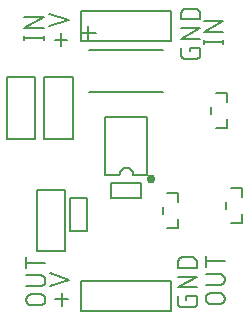
<source format=gto>
G04 EAGLE Gerber RS-274X export*
G75*
%MOMM*%
%FSLAX34Y34*%
%LPD*%
%INSilkscreen Top*%
%IPPOS*%
%AMOC8*
5,1,8,0,0,1.08239X$1,22.5*%
G01*
%ADD10C,0.152400*%
%ADD11C,0.127000*%
%ADD12C,0.762000*%


D10*
X77752Y226822D02*
X77752Y237659D01*
X83171Y232241D02*
X72334Y232241D01*
X67818Y243495D02*
X84074Y248914D01*
X67818Y254333D01*
X186549Y225185D02*
X186549Y222476D01*
X186549Y225185D02*
X195580Y225185D01*
X195580Y219766D01*
X195578Y219648D01*
X195572Y219530D01*
X195563Y219412D01*
X195549Y219295D01*
X195532Y219178D01*
X195511Y219061D01*
X195486Y218946D01*
X195457Y218831D01*
X195424Y218717D01*
X195388Y218605D01*
X195348Y218494D01*
X195305Y218384D01*
X195258Y218275D01*
X195208Y218168D01*
X195153Y218063D01*
X195096Y217960D01*
X195035Y217859D01*
X194971Y217759D01*
X194904Y217662D01*
X194834Y217567D01*
X194760Y217475D01*
X194684Y217384D01*
X194604Y217297D01*
X194522Y217212D01*
X194437Y217130D01*
X194350Y217050D01*
X194259Y216974D01*
X194167Y216900D01*
X194072Y216830D01*
X193975Y216763D01*
X193875Y216699D01*
X193774Y216638D01*
X193671Y216581D01*
X193566Y216526D01*
X193459Y216476D01*
X193350Y216429D01*
X193240Y216386D01*
X193129Y216346D01*
X193017Y216310D01*
X192903Y216277D01*
X192788Y216248D01*
X192673Y216223D01*
X192556Y216202D01*
X192439Y216185D01*
X192322Y216171D01*
X192204Y216162D01*
X192086Y216156D01*
X191968Y216154D01*
X182936Y216154D01*
X182818Y216156D01*
X182700Y216162D01*
X182582Y216171D01*
X182464Y216185D01*
X182347Y216202D01*
X182231Y216223D01*
X182116Y216248D01*
X182001Y216277D01*
X181887Y216310D01*
X181775Y216346D01*
X181663Y216386D01*
X181553Y216429D01*
X181445Y216476D01*
X181338Y216527D01*
X181233Y216581D01*
X181130Y216638D01*
X181028Y216699D01*
X180929Y216763D01*
X180832Y216830D01*
X180737Y216901D01*
X180644Y216974D01*
X180554Y217051D01*
X180466Y217130D01*
X180381Y217212D01*
X180299Y217297D01*
X180220Y217385D01*
X180143Y217475D01*
X180070Y217568D01*
X179999Y217662D01*
X179932Y217760D01*
X179868Y217859D01*
X179807Y217960D01*
X179750Y218064D01*
X179696Y218169D01*
X179645Y218276D01*
X179598Y218384D01*
X179555Y218494D01*
X179515Y218606D01*
X179479Y218718D01*
X179446Y218832D01*
X179417Y218947D01*
X179392Y219062D01*
X179371Y219178D01*
X179354Y219295D01*
X179340Y219413D01*
X179331Y219531D01*
X179325Y219649D01*
X179323Y219767D01*
X179324Y219766D02*
X179324Y225185D01*
X179324Y232827D02*
X195580Y232827D01*
X195580Y241858D02*
X179324Y232827D01*
X179324Y241858D02*
X195580Y241858D01*
X195580Y249501D02*
X179324Y249501D01*
X179324Y254016D01*
X179326Y254147D01*
X179332Y254279D01*
X179341Y254410D01*
X179355Y254540D01*
X179372Y254671D01*
X179393Y254800D01*
X179417Y254929D01*
X179446Y255057D01*
X179478Y255185D01*
X179514Y255311D01*
X179553Y255436D01*
X179596Y255561D01*
X179643Y255683D01*
X179693Y255805D01*
X179747Y255925D01*
X179804Y256043D01*
X179865Y256159D01*
X179929Y256274D01*
X179996Y256387D01*
X180067Y256498D01*
X180141Y256606D01*
X180218Y256713D01*
X180298Y256817D01*
X180381Y256919D01*
X180466Y257018D01*
X180555Y257115D01*
X180647Y257209D01*
X180741Y257301D01*
X180838Y257390D01*
X180937Y257475D01*
X181039Y257558D01*
X181143Y257638D01*
X181250Y257715D01*
X181358Y257789D01*
X181469Y257860D01*
X181582Y257927D01*
X181697Y257991D01*
X181813Y258052D01*
X181931Y258109D01*
X182051Y258163D01*
X182173Y258213D01*
X182295Y258260D01*
X182420Y258303D01*
X182545Y258342D01*
X182671Y258378D01*
X182799Y258410D01*
X182927Y258439D01*
X183056Y258463D01*
X183185Y258484D01*
X183316Y258501D01*
X183446Y258515D01*
X183577Y258524D01*
X183709Y258530D01*
X183840Y258532D01*
X191064Y258532D01*
X191195Y258530D01*
X191327Y258524D01*
X191458Y258515D01*
X191588Y258501D01*
X191719Y258484D01*
X191848Y258463D01*
X191977Y258439D01*
X192105Y258410D01*
X192233Y258378D01*
X192359Y258342D01*
X192484Y258303D01*
X192609Y258260D01*
X192731Y258213D01*
X192853Y258163D01*
X192973Y258109D01*
X193091Y258052D01*
X193207Y257991D01*
X193322Y257927D01*
X193435Y257860D01*
X193546Y257789D01*
X193654Y257715D01*
X193761Y257638D01*
X193865Y257558D01*
X193967Y257475D01*
X194066Y257390D01*
X194163Y257301D01*
X194257Y257209D01*
X194349Y257115D01*
X194438Y257018D01*
X194523Y256919D01*
X194606Y256817D01*
X194686Y256713D01*
X194763Y256606D01*
X194837Y256498D01*
X194908Y256387D01*
X194975Y256274D01*
X195039Y256159D01*
X195100Y256043D01*
X195157Y255925D01*
X195211Y255805D01*
X195261Y255683D01*
X195308Y255561D01*
X195351Y255436D01*
X195390Y255311D01*
X195426Y255185D01*
X195458Y255057D01*
X195487Y254929D01*
X195511Y254800D01*
X195532Y254670D01*
X195549Y254540D01*
X195563Y254410D01*
X195572Y254279D01*
X195578Y254147D01*
X195580Y254016D01*
X195580Y249501D01*
X78260Y17695D02*
X78260Y6858D01*
X72842Y12277D02*
X83679Y12277D01*
X84582Y28950D02*
X68326Y23531D01*
X68326Y34369D02*
X84582Y28950D01*
X183755Y14873D02*
X183755Y12164D01*
X183755Y14873D02*
X192786Y14873D01*
X192786Y9454D01*
X192784Y9336D01*
X192778Y9218D01*
X192769Y9100D01*
X192755Y8983D01*
X192738Y8866D01*
X192717Y8749D01*
X192692Y8634D01*
X192663Y8519D01*
X192630Y8405D01*
X192594Y8293D01*
X192554Y8182D01*
X192511Y8072D01*
X192464Y7963D01*
X192414Y7856D01*
X192359Y7751D01*
X192302Y7648D01*
X192241Y7547D01*
X192177Y7447D01*
X192110Y7350D01*
X192040Y7255D01*
X191966Y7163D01*
X191890Y7072D01*
X191810Y6985D01*
X191728Y6900D01*
X191643Y6818D01*
X191556Y6738D01*
X191465Y6662D01*
X191373Y6588D01*
X191278Y6518D01*
X191181Y6451D01*
X191081Y6387D01*
X190980Y6326D01*
X190877Y6269D01*
X190772Y6214D01*
X190665Y6164D01*
X190556Y6117D01*
X190446Y6074D01*
X190335Y6034D01*
X190223Y5998D01*
X190109Y5965D01*
X189994Y5936D01*
X189879Y5911D01*
X189762Y5890D01*
X189645Y5873D01*
X189528Y5859D01*
X189410Y5850D01*
X189292Y5844D01*
X189174Y5842D01*
X180142Y5842D01*
X180024Y5844D01*
X179906Y5850D01*
X179788Y5859D01*
X179670Y5873D01*
X179553Y5890D01*
X179437Y5911D01*
X179322Y5936D01*
X179207Y5965D01*
X179093Y5998D01*
X178981Y6034D01*
X178869Y6074D01*
X178759Y6117D01*
X178651Y6164D01*
X178544Y6215D01*
X178439Y6269D01*
X178336Y6326D01*
X178234Y6387D01*
X178135Y6451D01*
X178038Y6518D01*
X177943Y6589D01*
X177850Y6662D01*
X177760Y6739D01*
X177672Y6818D01*
X177587Y6900D01*
X177505Y6985D01*
X177426Y7073D01*
X177349Y7163D01*
X177276Y7256D01*
X177205Y7350D01*
X177138Y7448D01*
X177074Y7547D01*
X177013Y7648D01*
X176956Y7752D01*
X176902Y7857D01*
X176851Y7964D01*
X176804Y8072D01*
X176761Y8182D01*
X176721Y8294D01*
X176685Y8406D01*
X176652Y8520D01*
X176623Y8635D01*
X176598Y8750D01*
X176577Y8866D01*
X176560Y8983D01*
X176546Y9101D01*
X176537Y9219D01*
X176531Y9337D01*
X176529Y9455D01*
X176530Y9454D02*
X176530Y14873D01*
X176530Y22515D02*
X192786Y22515D01*
X192786Y31546D02*
X176530Y22515D01*
X176530Y31546D02*
X192786Y31546D01*
X192786Y39189D02*
X176530Y39189D01*
X176530Y43704D01*
X176532Y43835D01*
X176538Y43967D01*
X176547Y44098D01*
X176561Y44228D01*
X176578Y44359D01*
X176599Y44488D01*
X176623Y44617D01*
X176652Y44745D01*
X176684Y44873D01*
X176720Y44999D01*
X176759Y45124D01*
X176802Y45249D01*
X176849Y45371D01*
X176899Y45493D01*
X176953Y45613D01*
X177010Y45731D01*
X177071Y45847D01*
X177135Y45962D01*
X177202Y46075D01*
X177273Y46186D01*
X177347Y46294D01*
X177424Y46401D01*
X177504Y46505D01*
X177587Y46607D01*
X177672Y46706D01*
X177761Y46803D01*
X177853Y46897D01*
X177947Y46989D01*
X178044Y47078D01*
X178143Y47163D01*
X178245Y47246D01*
X178349Y47326D01*
X178456Y47403D01*
X178564Y47477D01*
X178675Y47548D01*
X178788Y47615D01*
X178903Y47679D01*
X179019Y47740D01*
X179137Y47797D01*
X179257Y47851D01*
X179379Y47901D01*
X179501Y47948D01*
X179626Y47991D01*
X179751Y48030D01*
X179877Y48066D01*
X180005Y48098D01*
X180133Y48127D01*
X180262Y48151D01*
X180391Y48172D01*
X180522Y48189D01*
X180652Y48203D01*
X180783Y48212D01*
X180915Y48218D01*
X181046Y48220D01*
X188270Y48220D01*
X188401Y48218D01*
X188533Y48212D01*
X188664Y48203D01*
X188794Y48189D01*
X188925Y48172D01*
X189054Y48151D01*
X189183Y48127D01*
X189311Y48098D01*
X189439Y48066D01*
X189565Y48030D01*
X189690Y47991D01*
X189815Y47948D01*
X189937Y47901D01*
X190059Y47851D01*
X190179Y47797D01*
X190297Y47740D01*
X190413Y47679D01*
X190528Y47615D01*
X190641Y47548D01*
X190752Y47477D01*
X190860Y47403D01*
X190967Y47326D01*
X191071Y47246D01*
X191173Y47163D01*
X191272Y47078D01*
X191369Y46989D01*
X191463Y46897D01*
X191555Y46803D01*
X191644Y46706D01*
X191729Y46607D01*
X191812Y46505D01*
X191892Y46401D01*
X191969Y46294D01*
X192043Y46186D01*
X192114Y46075D01*
X192181Y45962D01*
X192245Y45847D01*
X192306Y45731D01*
X192363Y45613D01*
X192417Y45493D01*
X192467Y45371D01*
X192514Y45249D01*
X192557Y45124D01*
X192596Y44999D01*
X192632Y44873D01*
X192664Y44745D01*
X192693Y44617D01*
X192717Y44488D01*
X192738Y44358D01*
X192755Y44228D01*
X192769Y44098D01*
X192778Y43967D01*
X192784Y43835D01*
X192786Y43704D01*
X192786Y39189D01*
X62992Y233454D02*
X46736Y233454D01*
X62992Y231648D02*
X62992Y235260D01*
X46736Y235260D02*
X46736Y231648D01*
X46736Y241965D02*
X62992Y241965D01*
X62992Y250996D02*
X46736Y241965D01*
X46736Y250996D02*
X62992Y250996D01*
X198628Y230406D02*
X214884Y230406D01*
X214884Y228600D02*
X214884Y232212D01*
X198628Y232212D02*
X198628Y228600D01*
X198628Y238917D02*
X214884Y238917D01*
X214884Y247948D02*
X198628Y238917D01*
X198628Y247948D02*
X214884Y247948D01*
X60000Y7620D02*
X52776Y7620D01*
X52643Y7622D01*
X52511Y7628D01*
X52379Y7638D01*
X52247Y7651D01*
X52115Y7669D01*
X51985Y7690D01*
X51854Y7715D01*
X51725Y7744D01*
X51597Y7777D01*
X51469Y7813D01*
X51343Y7853D01*
X51218Y7897D01*
X51094Y7945D01*
X50972Y7996D01*
X50851Y8051D01*
X50732Y8109D01*
X50614Y8171D01*
X50499Y8236D01*
X50385Y8305D01*
X50274Y8376D01*
X50165Y8452D01*
X50058Y8530D01*
X49953Y8611D01*
X49851Y8696D01*
X49751Y8783D01*
X49654Y8873D01*
X49559Y8966D01*
X49468Y9062D01*
X49379Y9160D01*
X49293Y9261D01*
X49210Y9365D01*
X49130Y9471D01*
X49054Y9579D01*
X48980Y9689D01*
X48910Y9802D01*
X48843Y9916D01*
X48780Y10033D01*
X48720Y10151D01*
X48663Y10271D01*
X48610Y10393D01*
X48561Y10516D01*
X48515Y10640D01*
X48473Y10766D01*
X48435Y10893D01*
X48400Y11021D01*
X48369Y11150D01*
X48342Y11279D01*
X48319Y11410D01*
X48299Y11541D01*
X48284Y11673D01*
X48272Y11805D01*
X48264Y11937D01*
X48260Y12070D01*
X48260Y12202D01*
X48264Y12335D01*
X48272Y12467D01*
X48284Y12599D01*
X48299Y12731D01*
X48319Y12862D01*
X48342Y12993D01*
X48369Y13122D01*
X48400Y13251D01*
X48435Y13379D01*
X48473Y13506D01*
X48515Y13632D01*
X48561Y13756D01*
X48610Y13879D01*
X48663Y14001D01*
X48720Y14121D01*
X48780Y14239D01*
X48843Y14356D01*
X48910Y14470D01*
X48980Y14583D01*
X49054Y14693D01*
X49130Y14801D01*
X49210Y14907D01*
X49293Y15011D01*
X49379Y15112D01*
X49468Y15210D01*
X49559Y15306D01*
X49654Y15399D01*
X49751Y15489D01*
X49851Y15576D01*
X49953Y15661D01*
X50058Y15742D01*
X50165Y15820D01*
X50274Y15896D01*
X50385Y15967D01*
X50499Y16036D01*
X50614Y16101D01*
X50732Y16163D01*
X50851Y16221D01*
X50972Y16276D01*
X51094Y16327D01*
X51218Y16375D01*
X51343Y16419D01*
X51469Y16459D01*
X51597Y16495D01*
X51725Y16528D01*
X51854Y16557D01*
X51985Y16582D01*
X52115Y16603D01*
X52247Y16621D01*
X52379Y16634D01*
X52511Y16644D01*
X52643Y16650D01*
X52776Y16652D01*
X52776Y16651D02*
X60000Y16651D01*
X60000Y16652D02*
X60133Y16650D01*
X60265Y16644D01*
X60397Y16634D01*
X60529Y16621D01*
X60661Y16603D01*
X60791Y16582D01*
X60922Y16557D01*
X61051Y16528D01*
X61179Y16495D01*
X61307Y16459D01*
X61433Y16419D01*
X61558Y16375D01*
X61682Y16327D01*
X61804Y16276D01*
X61925Y16221D01*
X62044Y16163D01*
X62162Y16101D01*
X62277Y16036D01*
X62391Y15967D01*
X62502Y15896D01*
X62611Y15820D01*
X62718Y15742D01*
X62823Y15661D01*
X62925Y15576D01*
X63025Y15489D01*
X63122Y15399D01*
X63217Y15306D01*
X63308Y15210D01*
X63397Y15112D01*
X63483Y15011D01*
X63566Y14907D01*
X63646Y14801D01*
X63722Y14693D01*
X63796Y14583D01*
X63866Y14470D01*
X63933Y14356D01*
X63996Y14239D01*
X64056Y14121D01*
X64113Y14001D01*
X64166Y13879D01*
X64215Y13756D01*
X64261Y13632D01*
X64303Y13506D01*
X64341Y13379D01*
X64376Y13251D01*
X64407Y13122D01*
X64434Y12993D01*
X64457Y12862D01*
X64477Y12731D01*
X64492Y12599D01*
X64504Y12467D01*
X64512Y12335D01*
X64516Y12202D01*
X64516Y12070D01*
X64512Y11937D01*
X64504Y11805D01*
X64492Y11673D01*
X64477Y11541D01*
X64457Y11410D01*
X64434Y11279D01*
X64407Y11150D01*
X64376Y11021D01*
X64341Y10893D01*
X64303Y10766D01*
X64261Y10640D01*
X64215Y10516D01*
X64166Y10393D01*
X64113Y10271D01*
X64056Y10151D01*
X63996Y10033D01*
X63933Y9916D01*
X63866Y9802D01*
X63796Y9689D01*
X63722Y9579D01*
X63646Y9471D01*
X63566Y9365D01*
X63483Y9261D01*
X63397Y9160D01*
X63308Y9062D01*
X63217Y8966D01*
X63122Y8873D01*
X63025Y8783D01*
X62925Y8696D01*
X62823Y8611D01*
X62718Y8530D01*
X62611Y8452D01*
X62502Y8376D01*
X62391Y8305D01*
X62277Y8236D01*
X62162Y8171D01*
X62044Y8109D01*
X61925Y8051D01*
X61804Y7996D01*
X61682Y7945D01*
X61558Y7897D01*
X61433Y7853D01*
X61307Y7813D01*
X61179Y7777D01*
X61051Y7744D01*
X60922Y7715D01*
X60791Y7690D01*
X60661Y7669D01*
X60529Y7651D01*
X60397Y7638D01*
X60265Y7628D01*
X60133Y7622D01*
X60000Y7620D01*
X60000Y23772D02*
X48260Y23772D01*
X60000Y23772D02*
X60133Y23774D01*
X60265Y23780D01*
X60397Y23790D01*
X60529Y23803D01*
X60661Y23821D01*
X60791Y23842D01*
X60922Y23867D01*
X61051Y23896D01*
X61179Y23929D01*
X61307Y23965D01*
X61433Y24005D01*
X61558Y24049D01*
X61682Y24097D01*
X61804Y24148D01*
X61925Y24203D01*
X62044Y24261D01*
X62162Y24323D01*
X62277Y24388D01*
X62391Y24457D01*
X62502Y24528D01*
X62611Y24604D01*
X62718Y24682D01*
X62823Y24763D01*
X62925Y24848D01*
X63025Y24935D01*
X63122Y25025D01*
X63217Y25118D01*
X63308Y25214D01*
X63397Y25312D01*
X63483Y25413D01*
X63566Y25517D01*
X63646Y25623D01*
X63722Y25731D01*
X63796Y25841D01*
X63866Y25954D01*
X63933Y26068D01*
X63996Y26185D01*
X64056Y26303D01*
X64113Y26423D01*
X64166Y26545D01*
X64215Y26668D01*
X64261Y26792D01*
X64303Y26918D01*
X64341Y27045D01*
X64376Y27173D01*
X64407Y27302D01*
X64434Y27431D01*
X64457Y27562D01*
X64477Y27693D01*
X64492Y27825D01*
X64504Y27957D01*
X64512Y28089D01*
X64516Y28222D01*
X64516Y28354D01*
X64512Y28487D01*
X64504Y28619D01*
X64492Y28751D01*
X64477Y28883D01*
X64457Y29014D01*
X64434Y29145D01*
X64407Y29274D01*
X64376Y29403D01*
X64341Y29531D01*
X64303Y29658D01*
X64261Y29784D01*
X64215Y29908D01*
X64166Y30031D01*
X64113Y30153D01*
X64056Y30273D01*
X63996Y30391D01*
X63933Y30508D01*
X63866Y30622D01*
X63796Y30735D01*
X63722Y30845D01*
X63646Y30953D01*
X63566Y31059D01*
X63483Y31163D01*
X63397Y31264D01*
X63308Y31362D01*
X63217Y31458D01*
X63122Y31551D01*
X63025Y31641D01*
X62925Y31728D01*
X62823Y31813D01*
X62718Y31894D01*
X62611Y31972D01*
X62502Y32048D01*
X62391Y32119D01*
X62277Y32188D01*
X62162Y32253D01*
X62044Y32315D01*
X61925Y32373D01*
X61804Y32428D01*
X61682Y32479D01*
X61558Y32527D01*
X61433Y32571D01*
X61307Y32611D01*
X61179Y32647D01*
X61051Y32680D01*
X60922Y32709D01*
X60791Y32734D01*
X60661Y32755D01*
X60529Y32773D01*
X60397Y32786D01*
X60265Y32796D01*
X60133Y32802D01*
X60000Y32804D01*
X60000Y32803D02*
X48260Y32803D01*
X48260Y43398D02*
X64516Y43398D01*
X48260Y38883D02*
X48260Y47914D01*
X204668Y8636D02*
X211892Y8636D01*
X204668Y8636D02*
X204535Y8638D01*
X204403Y8644D01*
X204271Y8654D01*
X204139Y8667D01*
X204007Y8685D01*
X203877Y8706D01*
X203746Y8731D01*
X203617Y8760D01*
X203489Y8793D01*
X203361Y8829D01*
X203235Y8869D01*
X203110Y8913D01*
X202986Y8961D01*
X202864Y9012D01*
X202743Y9067D01*
X202624Y9125D01*
X202506Y9187D01*
X202391Y9252D01*
X202277Y9321D01*
X202166Y9392D01*
X202057Y9468D01*
X201950Y9546D01*
X201845Y9627D01*
X201743Y9712D01*
X201643Y9799D01*
X201546Y9889D01*
X201451Y9982D01*
X201360Y10078D01*
X201271Y10176D01*
X201185Y10277D01*
X201102Y10381D01*
X201022Y10487D01*
X200946Y10595D01*
X200872Y10705D01*
X200802Y10818D01*
X200735Y10932D01*
X200672Y11049D01*
X200612Y11167D01*
X200555Y11287D01*
X200502Y11409D01*
X200453Y11532D01*
X200407Y11656D01*
X200365Y11782D01*
X200327Y11909D01*
X200292Y12037D01*
X200261Y12166D01*
X200234Y12295D01*
X200211Y12426D01*
X200191Y12557D01*
X200176Y12689D01*
X200164Y12821D01*
X200156Y12953D01*
X200152Y13086D01*
X200152Y13218D01*
X200156Y13351D01*
X200164Y13483D01*
X200176Y13615D01*
X200191Y13747D01*
X200211Y13878D01*
X200234Y14009D01*
X200261Y14138D01*
X200292Y14267D01*
X200327Y14395D01*
X200365Y14522D01*
X200407Y14648D01*
X200453Y14772D01*
X200502Y14895D01*
X200555Y15017D01*
X200612Y15137D01*
X200672Y15255D01*
X200735Y15372D01*
X200802Y15486D01*
X200872Y15599D01*
X200946Y15709D01*
X201022Y15817D01*
X201102Y15923D01*
X201185Y16027D01*
X201271Y16128D01*
X201360Y16226D01*
X201451Y16322D01*
X201546Y16415D01*
X201643Y16505D01*
X201743Y16592D01*
X201845Y16677D01*
X201950Y16758D01*
X202057Y16836D01*
X202166Y16912D01*
X202277Y16983D01*
X202391Y17052D01*
X202506Y17117D01*
X202624Y17179D01*
X202743Y17237D01*
X202864Y17292D01*
X202986Y17343D01*
X203110Y17391D01*
X203235Y17435D01*
X203361Y17475D01*
X203489Y17511D01*
X203617Y17544D01*
X203746Y17573D01*
X203877Y17598D01*
X204007Y17619D01*
X204139Y17637D01*
X204271Y17650D01*
X204403Y17660D01*
X204535Y17666D01*
X204668Y17668D01*
X204668Y17667D02*
X211892Y17667D01*
X211892Y17668D02*
X212025Y17666D01*
X212157Y17660D01*
X212289Y17650D01*
X212421Y17637D01*
X212553Y17619D01*
X212683Y17598D01*
X212814Y17573D01*
X212943Y17544D01*
X213071Y17511D01*
X213199Y17475D01*
X213325Y17435D01*
X213450Y17391D01*
X213574Y17343D01*
X213696Y17292D01*
X213817Y17237D01*
X213936Y17179D01*
X214054Y17117D01*
X214169Y17052D01*
X214283Y16983D01*
X214394Y16912D01*
X214503Y16836D01*
X214610Y16758D01*
X214715Y16677D01*
X214817Y16592D01*
X214917Y16505D01*
X215014Y16415D01*
X215109Y16322D01*
X215200Y16226D01*
X215289Y16128D01*
X215375Y16027D01*
X215458Y15923D01*
X215538Y15817D01*
X215614Y15709D01*
X215688Y15599D01*
X215758Y15486D01*
X215825Y15372D01*
X215888Y15255D01*
X215948Y15137D01*
X216005Y15017D01*
X216058Y14895D01*
X216107Y14772D01*
X216153Y14648D01*
X216195Y14522D01*
X216233Y14395D01*
X216268Y14267D01*
X216299Y14138D01*
X216326Y14009D01*
X216349Y13878D01*
X216369Y13747D01*
X216384Y13615D01*
X216396Y13483D01*
X216404Y13351D01*
X216408Y13218D01*
X216408Y13086D01*
X216404Y12953D01*
X216396Y12821D01*
X216384Y12689D01*
X216369Y12557D01*
X216349Y12426D01*
X216326Y12295D01*
X216299Y12166D01*
X216268Y12037D01*
X216233Y11909D01*
X216195Y11782D01*
X216153Y11656D01*
X216107Y11532D01*
X216058Y11409D01*
X216005Y11287D01*
X215948Y11167D01*
X215888Y11049D01*
X215825Y10932D01*
X215758Y10818D01*
X215688Y10705D01*
X215614Y10595D01*
X215538Y10487D01*
X215458Y10381D01*
X215375Y10277D01*
X215289Y10176D01*
X215200Y10078D01*
X215109Y9982D01*
X215014Y9889D01*
X214917Y9799D01*
X214817Y9712D01*
X214715Y9627D01*
X214610Y9546D01*
X214503Y9468D01*
X214394Y9392D01*
X214283Y9321D01*
X214169Y9252D01*
X214054Y9187D01*
X213936Y9125D01*
X213817Y9067D01*
X213696Y9012D01*
X213574Y8961D01*
X213450Y8913D01*
X213325Y8869D01*
X213199Y8829D01*
X213071Y8793D01*
X212943Y8760D01*
X212814Y8731D01*
X212683Y8706D01*
X212553Y8685D01*
X212421Y8667D01*
X212289Y8654D01*
X212157Y8644D01*
X212025Y8638D01*
X211892Y8636D01*
X211892Y24788D02*
X200152Y24788D01*
X211892Y24788D02*
X212025Y24790D01*
X212157Y24796D01*
X212289Y24806D01*
X212421Y24819D01*
X212553Y24837D01*
X212683Y24858D01*
X212814Y24883D01*
X212943Y24912D01*
X213071Y24945D01*
X213199Y24981D01*
X213325Y25021D01*
X213450Y25065D01*
X213574Y25113D01*
X213696Y25164D01*
X213817Y25219D01*
X213936Y25277D01*
X214054Y25339D01*
X214169Y25404D01*
X214283Y25473D01*
X214394Y25544D01*
X214503Y25620D01*
X214610Y25698D01*
X214715Y25779D01*
X214817Y25864D01*
X214917Y25951D01*
X215014Y26041D01*
X215109Y26134D01*
X215200Y26230D01*
X215289Y26328D01*
X215375Y26429D01*
X215458Y26533D01*
X215538Y26639D01*
X215614Y26747D01*
X215688Y26857D01*
X215758Y26970D01*
X215825Y27084D01*
X215888Y27201D01*
X215948Y27319D01*
X216005Y27439D01*
X216058Y27561D01*
X216107Y27684D01*
X216153Y27808D01*
X216195Y27934D01*
X216233Y28061D01*
X216268Y28189D01*
X216299Y28318D01*
X216326Y28447D01*
X216349Y28578D01*
X216369Y28709D01*
X216384Y28841D01*
X216396Y28973D01*
X216404Y29105D01*
X216408Y29238D01*
X216408Y29370D01*
X216404Y29503D01*
X216396Y29635D01*
X216384Y29767D01*
X216369Y29899D01*
X216349Y30030D01*
X216326Y30161D01*
X216299Y30290D01*
X216268Y30419D01*
X216233Y30547D01*
X216195Y30674D01*
X216153Y30800D01*
X216107Y30924D01*
X216058Y31047D01*
X216005Y31169D01*
X215948Y31289D01*
X215888Y31407D01*
X215825Y31524D01*
X215758Y31638D01*
X215688Y31751D01*
X215614Y31861D01*
X215538Y31969D01*
X215458Y32075D01*
X215375Y32179D01*
X215289Y32280D01*
X215200Y32378D01*
X215109Y32474D01*
X215014Y32567D01*
X214917Y32657D01*
X214817Y32744D01*
X214715Y32829D01*
X214610Y32910D01*
X214503Y32988D01*
X214394Y33064D01*
X214283Y33135D01*
X214169Y33204D01*
X214054Y33269D01*
X213936Y33331D01*
X213817Y33389D01*
X213696Y33444D01*
X213574Y33495D01*
X213450Y33543D01*
X213325Y33587D01*
X213199Y33627D01*
X213071Y33663D01*
X212943Y33696D01*
X212814Y33725D01*
X212683Y33750D01*
X212553Y33771D01*
X212421Y33789D01*
X212289Y33802D01*
X212157Y33812D01*
X212025Y33818D01*
X211892Y33820D01*
X211892Y33819D02*
X200152Y33819D01*
X200152Y44414D02*
X216408Y44414D01*
X200152Y39899D02*
X200152Y48930D01*
D11*
X145288Y110744D02*
X119888Y110744D01*
X145288Y110744D02*
X145288Y98044D01*
X119888Y98044D01*
X119888Y110744D01*
X114588Y117994D02*
X114588Y166994D01*
X150588Y166994D01*
X150588Y117994D01*
X138788Y117994D01*
X138788Y118294D01*
X138786Y118440D01*
X138780Y118586D01*
X138770Y118732D01*
X138756Y118878D01*
X138739Y119023D01*
X138717Y119168D01*
X138691Y119312D01*
X138662Y119455D01*
X138628Y119597D01*
X138591Y119739D01*
X138550Y119879D01*
X138505Y120018D01*
X138457Y120156D01*
X138404Y120293D01*
X138349Y120428D01*
X138289Y120561D01*
X138226Y120693D01*
X138159Y120823D01*
X138089Y120952D01*
X138015Y121078D01*
X137938Y121202D01*
X137858Y121324D01*
X137774Y121444D01*
X137687Y121562D01*
X137597Y121677D01*
X137504Y121790D01*
X137407Y121900D01*
X137308Y122008D01*
X137206Y122112D01*
X137102Y122214D01*
X136994Y122313D01*
X136884Y122410D01*
X136771Y122503D01*
X136656Y122593D01*
X136538Y122680D01*
X136418Y122764D01*
X136296Y122844D01*
X136172Y122921D01*
X136046Y122995D01*
X135917Y123065D01*
X135787Y123132D01*
X135655Y123195D01*
X135522Y123255D01*
X135387Y123310D01*
X135250Y123363D01*
X135112Y123411D01*
X134973Y123456D01*
X134833Y123497D01*
X134691Y123534D01*
X134549Y123568D01*
X134406Y123597D01*
X134262Y123623D01*
X134117Y123645D01*
X133972Y123662D01*
X133826Y123676D01*
X133680Y123686D01*
X133534Y123692D01*
X133388Y123694D01*
X132588Y123694D01*
X132440Y123688D01*
X132293Y123678D01*
X132146Y123664D01*
X131999Y123647D01*
X131853Y123625D01*
X131707Y123599D01*
X131562Y123570D01*
X131418Y123537D01*
X131275Y123500D01*
X131133Y123459D01*
X130992Y123414D01*
X130852Y123366D01*
X130714Y123314D01*
X130577Y123258D01*
X130442Y123199D01*
X130308Y123136D01*
X130176Y123070D01*
X130046Y123000D01*
X129918Y122926D01*
X129791Y122849D01*
X129667Y122769D01*
X129545Y122686D01*
X129425Y122599D01*
X129308Y122510D01*
X129193Y122417D01*
X129080Y122321D01*
X128970Y122222D01*
X128863Y122120D01*
X128759Y122016D01*
X128657Y121908D01*
X128558Y121798D01*
X128462Y121686D01*
X128370Y121571D01*
X128280Y121453D01*
X128194Y121333D01*
X128110Y121211D01*
X128030Y121087D01*
X127954Y120961D01*
X127880Y120832D01*
X127810Y120702D01*
X127744Y120570D01*
X127681Y120436D01*
X127622Y120301D01*
X127566Y120164D01*
X127514Y120025D01*
X127466Y119886D01*
X127422Y119745D01*
X127381Y119603D01*
X127344Y119459D01*
X127311Y119315D01*
X127282Y119171D01*
X127256Y119025D01*
X127235Y118879D01*
X127217Y118732D01*
X127204Y118585D01*
X127194Y118437D01*
X127188Y118290D01*
X127186Y118142D01*
X127188Y117994D01*
X114588Y117994D01*
D12*
X153588Y114494D03*
D11*
X176680Y102376D02*
X176680Y94376D01*
X176680Y102376D02*
X167680Y102376D01*
X176680Y80376D02*
X176680Y72376D01*
X167680Y72376D01*
X163680Y84376D02*
X163680Y90376D01*
X230782Y98694D02*
X230782Y106694D01*
X221782Y106694D01*
X230782Y84694D02*
X230782Y76694D01*
X221782Y76694D01*
X217782Y88694D02*
X217782Y94694D01*
X218082Y179212D02*
X218082Y187212D01*
X209082Y187212D01*
X218082Y165212D02*
X218082Y157212D01*
X209082Y157212D01*
X205082Y169212D02*
X205082Y175212D01*
X57088Y104994D02*
X57088Y52994D01*
X57088Y104994D02*
X81088Y104994D01*
X81088Y52994D01*
X57488Y52994D01*
X57088Y52994D01*
X87438Y148244D02*
X87438Y200244D01*
X87438Y148244D02*
X63438Y148244D01*
X63438Y200244D01*
X87038Y200244D01*
X87438Y200244D01*
X55688Y200244D02*
X55688Y148244D01*
X31688Y148244D01*
X31688Y200244D01*
X55288Y200244D01*
X55688Y200244D01*
X94488Y28194D02*
X94488Y2794D01*
X170688Y2794D01*
X170688Y28194D01*
X94488Y28194D01*
X94488Y231394D02*
X94488Y256794D01*
X94488Y231394D02*
X170688Y231394D01*
X170688Y256794D01*
X94488Y256794D01*
X101092Y223774D02*
X164084Y223774D01*
X164084Y188214D02*
X101092Y188214D01*
X100838Y231394D02*
X100838Y244094D01*
X94488Y237744D02*
X107188Y237744D01*
X85456Y98074D02*
X85456Y70074D01*
X85456Y98074D02*
X99456Y98074D01*
X99456Y70074D01*
X85456Y70074D01*
M02*

</source>
